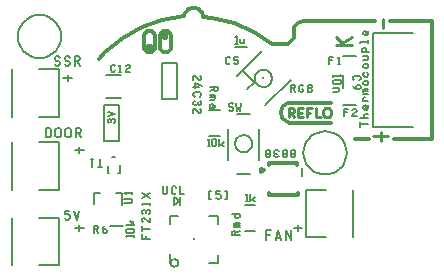
<source format=gto>
G70*
%OFA0B0*%
%FSLAX24Y24*%
%IPPOS*%
%LPD*%
%ADD56C,0.0060*%
%ADD57C,0.0063*%
%ADD58C,0.0075*%
%ADD59C,0.0079*%
%ADD60C,0.0087*%
%ADD63C,0.0100*%
%ADD64C,0.0102*%
%ADD66C,0.0118*%
%ADD69C,0.0157*%
D56*
X014311Y015366D02*
X014311Y015622D01*
X014350Y015622D02*
X014272Y015622D01*
X014665Y015366D02*
X014508Y015366D01*
X014587Y015366D02*
X014587Y015622D01*
X014311Y015366D02*
X014350Y015406D01*
D57*
X019386Y019646D02*
X019386Y019488D01*
X019248Y019646D02*
X019248Y019528D01*
X019248Y019528D02*
X019287Y019488D01*
X019346Y019488D02*
X019386Y019528D01*
X019287Y019488D02*
X019346Y019488D01*
X015342Y013408D02*
X015343Y013409D01*
X014905Y013408D02*
X015342Y013408D01*
X015571Y018707D02*
X015447Y018583D01*
X015447Y018583D02*
X015447Y018547D01*
X015482Y018778D02*
X015535Y018778D01*
X015571Y018547D02*
X015447Y018547D01*
X023110Y019055D02*
X022669Y019055D01*
X021051Y018106D02*
X021091Y018067D01*
X021091Y018067D02*
X021091Y018028D01*
X015709Y013028D02*
X015709Y013106D01*
X015453Y013067D02*
X015492Y013028D01*
X015252Y018778D02*
X015252Y018547D01*
X014986Y018547D02*
X015039Y018547D01*
X015217Y018547D02*
X015287Y018547D01*
X015252Y018778D02*
X015217Y018742D01*
X014951Y018583D02*
X014986Y018547D01*
X014986Y018778D02*
X014951Y018742D01*
X015039Y018778D02*
X014986Y018778D01*
X014951Y018742D02*
X014951Y018583D01*
X015571Y018707D02*
X015571Y018742D01*
X015482Y018778D02*
X015447Y018742D01*
X015535Y018778D02*
X015571Y018742D01*
X021642Y017949D02*
X021642Y017890D01*
X021602Y018106D02*
X021642Y018067D01*
X021602Y017988D02*
X021642Y017949D01*
X021366Y017969D02*
X021307Y017969D01*
X021642Y017890D02*
X021602Y017850D01*
X021642Y018067D02*
X021642Y018028D01*
X021504Y017850D02*
X021504Y018106D01*
X021602Y017988D02*
X021504Y017988D01*
X021602Y017850D02*
X021504Y017850D01*
X021642Y018028D02*
X021602Y017988D01*
X021504Y018106D02*
X021602Y018106D01*
X021091Y018028D02*
X021051Y017988D01*
X021228Y018067D02*
X021228Y017890D01*
X021228Y017890D02*
X021268Y017850D01*
X021366Y017890D02*
X021327Y017850D01*
X021327Y018106D02*
X021268Y018106D01*
X021327Y018106D02*
X021366Y018067D01*
X021012Y017988D02*
X021091Y017850D01*
X020953Y017850D02*
X020953Y018106D01*
X020953Y018106D02*
X021051Y018106D01*
X021051Y017988D02*
X020953Y017988D01*
X021268Y017850D02*
X021327Y017850D01*
X021366Y017890D02*
X021366Y017969D01*
X015453Y013067D02*
X015709Y013067D01*
X015039Y018778D02*
X015075Y018742D01*
X022685Y018425D02*
X022685Y017984D01*
X021268Y018106D02*
X021228Y018067D01*
X013752Y015933D02*
X014035Y015933D01*
X015075Y018583D02*
X015039Y018547D01*
X013894Y015839D02*
X013894Y016028D01*
X013752Y013339D02*
X014035Y013339D01*
X013894Y013244D02*
X013894Y013433D01*
X019092Y016091D02*
X019104Y016042D01*
X019088Y016141D02*
X019092Y016091D01*
X019092Y016191D02*
X019088Y016141D01*
X019154Y015956D02*
X019189Y015920D01*
X019125Y015997D02*
X019154Y015956D01*
X019104Y016042D02*
X019125Y015997D01*
X019106Y016239D02*
X019092Y016191D01*
X019233Y016389D02*
X019192Y016360D01*
X019279Y016410D02*
X019233Y016389D01*
X019327Y016422D02*
X019279Y016410D01*
X019127Y016284D02*
X019106Y016239D01*
X019156Y016325D02*
X019127Y016284D01*
X019192Y016360D02*
X019156Y016325D01*
X019189Y015920D02*
X019230Y015891D01*
X019323Y015856D02*
X019373Y015851D01*
X019275Y015869D02*
X019323Y015856D01*
X019230Y015891D02*
X019275Y015869D01*
X019377Y016426D02*
X019327Y016422D01*
X014768Y013287D02*
X014807Y013248D01*
X020312Y018317D02*
X020308Y018367D01*
X020308Y018267D02*
X020312Y018317D01*
X014709Y013150D02*
X014669Y013189D01*
X014768Y013150D02*
X014709Y013150D01*
X014807Y013248D02*
X014807Y013189D01*
X020294Y018219D02*
X020308Y018267D01*
X020167Y018069D02*
X020208Y018098D01*
X020121Y018049D02*
X020167Y018069D01*
X020073Y018036D02*
X020121Y018049D01*
X020273Y018174D02*
X020294Y018219D01*
X020244Y018133D02*
X020273Y018174D01*
X020208Y018098D02*
X020244Y018133D01*
X020308Y018367D02*
X020296Y018416D01*
X020125Y018589D02*
X020077Y018602D01*
X020170Y018567D02*
X020125Y018589D01*
X020211Y018538D02*
X020170Y018567D01*
X014689Y013346D02*
X014669Y013256D01*
X020027Y018607D02*
X019977Y018603D01*
X020077Y018602D02*
X020027Y018607D01*
X020246Y018502D02*
X020211Y018538D01*
X014669Y013256D02*
X014669Y013189D01*
X014709Y013287D02*
X014669Y013248D01*
X014768Y013287D02*
X014709Y013287D01*
X020275Y018461D02*
X020246Y018502D01*
X020296Y018416D02*
X020275Y018461D01*
X014689Y013346D02*
X014728Y013406D01*
X020023Y018032D02*
X020073Y018036D01*
X014492Y013406D02*
X014531Y013366D01*
X014531Y013366D02*
X014531Y013327D01*
X014807Y013189D02*
X014768Y013150D01*
X014453Y013287D02*
X014531Y013150D01*
X014394Y013406D02*
X014492Y013406D01*
X014531Y013327D02*
X014492Y013287D01*
X014492Y013287D02*
X014394Y013287D01*
X014394Y013150D02*
X014394Y013406D01*
X018602Y014339D02*
X018563Y014299D01*
X018209Y014299D02*
X018268Y014299D01*
X019658Y016187D02*
X019646Y016235D01*
X018602Y014417D02*
X018602Y014339D01*
X018563Y014457D02*
X018602Y014417D01*
X019646Y016235D02*
X019625Y016281D01*
X019662Y016137D02*
X019658Y016187D01*
X019644Y016039D02*
X019658Y016087D01*
X019623Y015993D02*
X019644Y016039D01*
X019594Y015953D02*
X019623Y015993D01*
X019658Y016087D02*
X019662Y016137D01*
X018209Y014555D02*
X018209Y014299D01*
X018268Y014555D02*
X018209Y014555D01*
X018563Y014457D02*
X018465Y014457D01*
X019561Y016358D02*
X019520Y016387D01*
X019596Y016322D02*
X019561Y016358D01*
X018819Y014299D02*
X018760Y014299D01*
X019427Y016421D02*
X019377Y016426D01*
X019475Y016408D02*
X019427Y016421D01*
X019520Y016387D02*
X019475Y016408D01*
X018819Y014555D02*
X018819Y014299D01*
X018465Y014555D02*
X018583Y014555D01*
X019625Y016281D02*
X019596Y016322D01*
X018465Y014555D02*
X018465Y014457D01*
X018760Y014555D02*
X018819Y014555D01*
X018504Y014299D02*
X018465Y014339D01*
X018563Y014299D02*
X018504Y014299D01*
X019558Y015917D02*
X019594Y015953D01*
X019742Y018271D02*
X019754Y018223D01*
X019738Y018321D02*
X019742Y018271D01*
X019742Y018371D02*
X019738Y018321D01*
X019804Y018136D02*
X019839Y018100D01*
X019775Y018177D02*
X019804Y018136D01*
X019754Y018223D02*
X019775Y018177D01*
X019756Y018419D02*
X019742Y018371D01*
X019883Y018569D02*
X019842Y018541D01*
X019929Y018590D02*
X019883Y018569D01*
X019977Y018603D02*
X019929Y018590D01*
X019777Y018465D02*
X019756Y018419D01*
X019806Y018506D02*
X019777Y018465D01*
X019842Y018541D02*
X019806Y018506D01*
X019839Y018100D02*
X019880Y018071D01*
X019373Y015851D02*
X019423Y015855D01*
X019517Y015889D02*
X019558Y015917D01*
X019471Y015868D02*
X019517Y015889D01*
X019423Y015855D02*
X019471Y015868D01*
X019973Y018037D02*
X020023Y018032D01*
X019925Y018050D02*
X019973Y018037D01*
X019880Y018071D02*
X019925Y018050D01*
X013358Y018323D02*
X013642Y018323D01*
X021310Y015054D02*
X021310Y015322D01*
X013500Y018228D02*
X013500Y018417D01*
X020398Y015846D02*
X020398Y015906D01*
X020398Y015906D02*
X020437Y015945D01*
X020496Y015689D02*
X020535Y015728D01*
X020398Y015768D02*
X020437Y015807D01*
X020437Y015807D02*
X020496Y015807D01*
X020437Y015807D02*
X020398Y015846D01*
X020496Y015689D02*
X020437Y015689D01*
X020161Y015807D02*
X020122Y015846D01*
X020122Y015846D02*
X020122Y015906D01*
X020161Y015689D02*
X020122Y015728D01*
X020437Y015945D02*
X020496Y015945D01*
X020496Y015945D02*
X020535Y015906D01*
X020122Y015906D02*
X020161Y015945D01*
X020398Y015768D02*
X020398Y015728D01*
X020713Y015945D02*
X020772Y015945D01*
X020772Y015945D02*
X020811Y015906D01*
X020713Y015807D02*
X020772Y015807D01*
X020713Y015689D02*
X020673Y015728D01*
X020673Y015728D02*
X020673Y015768D01*
X020673Y015768D02*
X020713Y015807D01*
X020772Y015807D02*
X020811Y015846D01*
X020811Y015728D02*
X020772Y015689D01*
X020772Y015689D02*
X020713Y015689D01*
X020437Y015689D02*
X020398Y015728D01*
X020811Y015846D02*
X020811Y015906D01*
X020772Y015807D02*
X020811Y015768D01*
X020811Y015768D02*
X020811Y015728D01*
X020122Y015728D02*
X020122Y015768D01*
X020161Y015807D02*
X020220Y015807D01*
X020220Y015807D02*
X020260Y015846D01*
X020260Y015846D02*
X020260Y015906D01*
X020122Y015768D02*
X020161Y015807D01*
X020161Y015945D02*
X020220Y015945D01*
X020220Y015945D02*
X020260Y015906D01*
X020220Y015807D02*
X020260Y015768D01*
X020260Y015768D02*
X020260Y015728D01*
X020260Y015728D02*
X020220Y015689D01*
X020220Y015689D02*
X020161Y015689D01*
X020988Y015807D02*
X021047Y015807D01*
X021047Y015807D02*
X021087Y015846D01*
X021087Y015846D02*
X021087Y015906D01*
X020949Y015768D02*
X020988Y015807D01*
X020988Y015945D02*
X021047Y015945D01*
X021047Y015945D02*
X021087Y015906D01*
X021047Y015807D02*
X021087Y015768D01*
X020673Y015906D02*
X020713Y015945D01*
X020713Y015807D02*
X020673Y015846D01*
X020673Y015846D02*
X020673Y015906D01*
X021087Y015768D02*
X021087Y015728D01*
X021087Y015728D02*
X021047Y015689D01*
X021047Y015689D02*
X020988Y015689D01*
X020949Y015728D02*
X020949Y015768D01*
X020988Y015807D02*
X020949Y015846D01*
X020949Y015846D02*
X020949Y015906D01*
X020988Y015689D02*
X020949Y015728D01*
X020949Y015906D02*
X020988Y015945D01*
X018823Y019043D02*
X018783Y019004D01*
X018783Y019004D02*
X018783Y018827D01*
X018882Y019043D02*
X018823Y019043D01*
X019157Y018787D02*
X019098Y018787D01*
X019059Y019043D02*
X019177Y019043D01*
X019059Y019043D02*
X019059Y018945D01*
X019098Y018787D02*
X019059Y018827D01*
X018969Y017371D02*
X019009Y017332D01*
X018969Y017371D02*
X018910Y017371D01*
X018969Y017489D02*
X019009Y017450D01*
X018823Y018787D02*
X018882Y018787D01*
X018783Y018827D02*
X018823Y018787D01*
X019197Y018827D02*
X019157Y018787D01*
X019157Y018945D02*
X019059Y018945D01*
X019197Y018906D02*
X019197Y018827D01*
X019157Y018945D02*
X019197Y018906D01*
X021035Y013327D02*
X021319Y013327D01*
X021177Y013232D02*
X021177Y013421D01*
X018921Y018827D02*
X018882Y018787D01*
X018882Y019043D02*
X018921Y019004D01*
X023343Y017811D02*
X023520Y017811D01*
X023382Y017811D02*
X023343Y017850D01*
X023343Y017850D02*
X023343Y017929D01*
X023362Y017555D02*
X023520Y017555D01*
X023402Y017693D02*
X023362Y017654D01*
X023362Y017654D02*
X023362Y017594D01*
X023362Y017594D02*
X023402Y017555D01*
X023480Y018106D02*
X023520Y018146D01*
X023520Y018146D02*
X023520Y018205D01*
X023520Y018205D02*
X023480Y018244D01*
X023382Y017890D02*
X023520Y017890D01*
X023343Y017929D02*
X023382Y017969D01*
X023382Y017969D02*
X023520Y017969D01*
X023343Y017850D02*
X023382Y017890D01*
X023520Y017319D02*
X023520Y017417D01*
X023382Y017043D02*
X023382Y017102D01*
X023382Y017102D02*
X023421Y017142D01*
X023421Y017142D02*
X023520Y017142D01*
X023421Y017004D02*
X023382Y017043D01*
X023264Y016787D02*
X023520Y016787D01*
X023264Y016709D02*
X023264Y016866D01*
X023264Y017004D02*
X023520Y017004D01*
X023402Y017280D02*
X023480Y017280D01*
X023441Y017280D02*
X023441Y017417D01*
X023402Y017417D02*
X023441Y017417D01*
X023362Y017319D02*
X023402Y017280D01*
X023480Y017280D02*
X023520Y017319D01*
X023402Y017417D02*
X023362Y017378D01*
X023362Y017378D02*
X023362Y017319D01*
X023402Y018795D02*
X023480Y018795D01*
X023362Y018933D02*
X023480Y018933D01*
X023480Y018933D02*
X023520Y018972D01*
X023402Y018657D02*
X023480Y018657D01*
X023402Y018795D02*
X023362Y018756D01*
X023362Y018756D02*
X023362Y018697D01*
X023362Y018697D02*
X023402Y018657D01*
X023323Y019248D02*
X023323Y019307D01*
X023323Y019307D02*
X023362Y019346D01*
X023402Y019209D02*
X023441Y019248D01*
X023362Y019209D02*
X023323Y019248D01*
X023520Y018972D02*
X023520Y019031D01*
X023520Y019031D02*
X023480Y019071D01*
X023362Y019071D02*
X023520Y019071D01*
X023520Y018756D02*
X023480Y018795D01*
X023402Y018244D02*
X023480Y018244D01*
X023480Y018382D02*
X023520Y018421D01*
X023520Y018421D02*
X023520Y018480D01*
X023402Y018106D02*
X023480Y018106D01*
X023402Y018244D02*
X023362Y018205D01*
X023362Y018205D02*
X023362Y018146D01*
X023362Y018146D02*
X023402Y018106D01*
X023402Y018382D02*
X023480Y018382D01*
X023480Y018657D02*
X023520Y018697D01*
X023520Y018697D02*
X023520Y018756D01*
X023362Y018421D02*
X023402Y018382D01*
X023520Y018480D02*
X023480Y018520D01*
X023402Y018520D02*
X023362Y018480D01*
X023362Y018480D02*
X023362Y018421D01*
X018362Y016311D02*
X018421Y016311D01*
X018500Y018024D02*
X018500Y017925D01*
X018421Y017886D02*
X018382Y017925D01*
X018461Y017886D02*
X018421Y017886D01*
X018244Y018024D02*
X018500Y018024D01*
X018421Y017768D02*
X018244Y017768D01*
X018382Y017965D02*
X018244Y017886D01*
X018382Y017925D02*
X018382Y018024D01*
X018622Y016114D02*
X018701Y016055D01*
X018213Y016311D02*
X018213Y016055D01*
X018500Y017925D02*
X018461Y017886D01*
X018213Y016311D02*
X018173Y016272D01*
X018173Y016055D02*
X018252Y016055D01*
X018382Y017768D02*
X018421Y017728D01*
X018362Y017374D02*
X018323Y017335D01*
X018382Y017335D02*
X018421Y017374D01*
X018244Y017335D02*
X018382Y017335D01*
X018283Y017472D02*
X018323Y017472D01*
X018323Y017472D02*
X018362Y017433D01*
X018362Y017433D02*
X018362Y017374D01*
X018421Y017374D02*
X018421Y017433D01*
X018382Y017610D02*
X018244Y017610D01*
X018421Y017650D02*
X018382Y017610D01*
X018421Y017728D02*
X018421Y017650D01*
X018421Y017728D02*
X018382Y017689D01*
X018244Y017433D02*
X018244Y017335D01*
X018244Y017433D02*
X018283Y017472D01*
X018382Y017689D02*
X018244Y017689D01*
X023035Y017307D02*
X022996Y017268D01*
X023035Y017307D02*
X023094Y017307D01*
X023134Y017051D02*
X022996Y017051D01*
X023134Y017228D02*
X023134Y017268D01*
X022720Y017307D02*
X022858Y017307D01*
X022819Y017189D02*
X022720Y017189D01*
X023094Y017307D02*
X023134Y017268D01*
X018421Y016055D02*
X018362Y016055D01*
X018323Y016094D02*
X018362Y016055D01*
X018323Y016272D02*
X018323Y016094D01*
X018563Y016311D02*
X018563Y016055D01*
X023134Y017228D02*
X022996Y017091D01*
X022996Y017091D02*
X022996Y017051D01*
X018701Y016193D02*
X018563Y016055D01*
X022720Y017051D02*
X022720Y017307D01*
X015492Y013303D02*
X015669Y013303D01*
X015669Y013303D02*
X015709Y013264D01*
X015453Y013205D02*
X015492Y013165D01*
X015453Y013264D02*
X015492Y013303D01*
X019598Y014476D02*
X019598Y014220D01*
X019736Y014358D02*
X019598Y014220D01*
X019657Y014280D02*
X019736Y014220D01*
X015453Y013429D02*
X015709Y013429D01*
X015571Y013567D02*
X015709Y013429D01*
X015650Y013488D02*
X015709Y013567D01*
X015709Y013264D02*
X015709Y013205D01*
X015453Y013205D02*
X015453Y013264D01*
X015492Y013165D02*
X015669Y013165D01*
X015669Y013165D02*
X015709Y013205D01*
X023362Y019346D02*
X023402Y019346D01*
X018910Y017489D02*
X018969Y017489D01*
X018910Y017489D02*
X018871Y017450D01*
X018969Y017233D02*
X018910Y017233D01*
X018871Y017410D02*
X018910Y017371D01*
X018871Y017410D02*
X018871Y017450D01*
X018910Y017233D02*
X018871Y017273D01*
X019147Y017233D02*
X019206Y017371D01*
X019127Y017489D02*
X019147Y017233D01*
X019134Y019736D02*
X019134Y019480D01*
X019265Y017233D02*
X019284Y017489D01*
X019895Y016635D02*
X019895Y015603D01*
X018836Y016631D02*
X018836Y015599D01*
X019206Y017371D02*
X019265Y017233D01*
X019094Y019480D02*
X019173Y019480D01*
X019134Y019736D02*
X019094Y019697D01*
X019009Y017273D02*
X018969Y017233D01*
X019009Y017332D02*
X019009Y017273D01*
X022551Y019043D02*
X022512Y019004D01*
X023053Y018390D02*
X023013Y018351D01*
X023013Y018351D02*
X023013Y018292D01*
X023171Y017977D02*
X023131Y018016D01*
X023230Y018390D02*
X023053Y018390D01*
X023269Y018292D02*
X023230Y018252D01*
X023269Y018292D02*
X023269Y018351D01*
X023269Y018351D02*
X023230Y018390D01*
X023269Y018016D02*
X023269Y018075D01*
X023269Y018075D02*
X023230Y018114D01*
X023230Y018114D02*
X023171Y018114D01*
X023131Y018075D02*
X023171Y018114D01*
X023269Y018016D02*
X023230Y017977D01*
X023230Y017977D02*
X023112Y017977D01*
X023131Y018016D02*
X023131Y018075D01*
X023053Y018252D02*
X023013Y018292D01*
X023264Y019543D02*
X023520Y019543D01*
X023520Y019504D02*
X023520Y019583D01*
X023480Y019760D02*
X023520Y019799D01*
X023264Y019504D02*
X023264Y019543D01*
X023441Y019248D02*
X023441Y019307D01*
X023402Y019346D02*
X023441Y019307D01*
X023323Y019209D02*
X023539Y019209D01*
X023441Y019760D02*
X023441Y019898D01*
X023402Y019898D02*
X023441Y019898D01*
X023520Y019799D02*
X023520Y019898D01*
X023402Y019760D02*
X023480Y019760D01*
X023402Y019898D02*
X023362Y019858D01*
X023362Y019858D02*
X023362Y019799D01*
X023362Y019799D02*
X023402Y019760D01*
X022535Y017909D02*
X022496Y017870D01*
X022496Y017870D02*
X022358Y017870D01*
X022535Y018008D02*
X022358Y018008D01*
X022350Y018169D02*
X022350Y018228D01*
X022606Y018228D02*
X022606Y018169D01*
X022567Y018268D02*
X022390Y018268D01*
X022390Y018268D02*
X022350Y018228D01*
X022315Y018925D02*
X022217Y018925D01*
X022551Y019043D02*
X022551Y018787D01*
X022512Y018787D02*
X022591Y018787D01*
X022217Y019043D02*
X022354Y019043D01*
X022496Y018008D02*
X022535Y017969D01*
X022535Y017969D02*
X022535Y017909D01*
X022217Y018787D02*
X022217Y019043D01*
X022606Y018228D02*
X022567Y018268D01*
X018461Y016272D02*
X018461Y016094D01*
X018421Y016311D02*
X018461Y016272D01*
X019584Y017127D02*
X019147Y017127D01*
X018461Y016094D02*
X018421Y016055D01*
X023013Y018075D02*
X023053Y017996D01*
X023053Y017996D02*
X023112Y017977D01*
X018362Y016311D02*
X018323Y016272D01*
X022606Y018169D02*
X022567Y018130D01*
X022567Y018130D02*
X022390Y018130D01*
X022390Y018130D02*
X022350Y018169D01*
X022606Y018398D02*
X022567Y018437D01*
X019592Y015119D02*
X019155Y015119D01*
X022606Y018398D02*
X022350Y018398D01*
X022350Y018437D02*
X022350Y018358D01*
X019118Y013650D02*
X019079Y013689D01*
X019197Y013650D02*
X019118Y013650D01*
X019079Y013748D02*
X019118Y013787D01*
X019079Y013689D02*
X019079Y013748D01*
X023118Y017429D02*
X022689Y017429D01*
X019236Y013689D02*
X019197Y013650D01*
X019236Y013098D02*
X018980Y013098D01*
X018980Y013098D02*
X018980Y013197D01*
X019098Y013157D02*
X019236Y013236D01*
X019098Y013197D02*
X019098Y013098D01*
X016986Y012271D02*
X016970Y012256D01*
X016970Y012256D02*
X016957Y012238D01*
X017024Y012291D02*
X017004Y012283D01*
X017004Y012283D02*
X016986Y012271D01*
X019059Y013354D02*
X019236Y013354D01*
X019098Y013433D02*
X019236Y013433D01*
X019059Y013394D02*
X019098Y013433D01*
X019236Y013787D02*
X019236Y013689D01*
X018980Y013787D02*
X019236Y013787D01*
X019059Y013394D02*
X019059Y013472D01*
X019098Y013354D02*
X019059Y013394D01*
X019098Y013512D02*
X019236Y013512D01*
X019059Y013472D02*
X019098Y013512D01*
X016240Y013906D02*
X016240Y013846D01*
X016240Y013846D02*
X016201Y013807D01*
X015984Y013846D02*
X016024Y013807D01*
X015984Y013846D02*
X015984Y013906D01*
X015984Y014142D02*
X016024Y014102D01*
X015984Y014339D02*
X016240Y014496D01*
X015984Y014142D02*
X016240Y014142D01*
X016240Y014102D02*
X016240Y014181D01*
X016201Y013945D02*
X016240Y013906D01*
X015984Y013906D02*
X016024Y013945D01*
X016063Y013945D02*
X016024Y013945D01*
X016063Y013669D02*
X016201Y013531D01*
X016201Y013531D02*
X016240Y013531D01*
X016102Y013906D02*
X016142Y013945D01*
X016142Y013945D02*
X016201Y013945D01*
X016063Y013945D02*
X016102Y013906D01*
X016102Y013906D02*
X016102Y013846D01*
X015984Y014496D02*
X016240Y014339D01*
X016925Y013466D02*
X016925Y013748D01*
X018500Y013748D02*
X018225Y013748D01*
X017185Y013748D02*
X016925Y013748D01*
X018500Y012173D02*
X018220Y012173D01*
X016925Y012173D02*
X016925Y012452D01*
X018500Y013461D02*
X018500Y013748D01*
X018500Y012173D02*
X018500Y012447D01*
X018980Y013197D02*
X019020Y013236D01*
X019480Y014476D02*
X019480Y014220D01*
X019059Y013236D02*
X019098Y013197D01*
X019020Y013236D02*
X019059Y013236D01*
X019441Y014220D02*
X019520Y014220D01*
X019480Y014476D02*
X019441Y014437D01*
X017244Y014461D02*
X017382Y014461D01*
X017067Y014717D02*
X017008Y014717D01*
X017008Y014717D02*
X016969Y014677D01*
X017106Y014500D02*
X017067Y014461D01*
X017067Y014717D02*
X017106Y014677D01*
X017008Y014461D02*
X017067Y014461D01*
X017244Y014717D02*
X017244Y014461D01*
X016969Y014677D02*
X016969Y014500D01*
X016969Y014500D02*
X017008Y014461D01*
X015311Y014500D02*
X015311Y014114D01*
X014390Y014488D02*
X014390Y014126D01*
X014579Y014488D02*
X014390Y014488D01*
X015394Y014496D02*
X015433Y014457D01*
X015102Y014500D02*
X015311Y014500D01*
X015650Y014457D02*
X015650Y014535D01*
X015610Y014299D02*
X015650Y014260D01*
X015610Y014161D02*
X015650Y014201D01*
X015610Y014299D02*
X015394Y014299D01*
X015394Y014496D02*
X015650Y014496D01*
X015650Y014201D02*
X015650Y014260D01*
X015394Y014161D02*
X015610Y014161D01*
X016831Y014500D02*
X016831Y014717D01*
X017038Y012051D02*
X017060Y012049D01*
X017060Y012049D02*
X017081Y012050D01*
X016998Y012067D02*
X017017Y012057D01*
X017017Y012057D02*
X017038Y012051D01*
X017122Y012064D02*
X017140Y012076D01*
X017140Y012076D02*
X017156Y012091D01*
X017081Y012050D02*
X017102Y012055D01*
X017102Y012055D02*
X017122Y012064D01*
X016980Y012080D02*
X016998Y012067D01*
X016941Y012198D02*
X016939Y012177D01*
X016939Y012177D02*
X016940Y012155D01*
X016957Y012238D02*
X016947Y012219D01*
X016947Y012219D02*
X016941Y012198D01*
X016954Y012114D02*
X016965Y012096D01*
X016965Y012096D02*
X016980Y012080D01*
X016940Y012155D02*
X016945Y012134D01*
X016945Y012134D02*
X016954Y012114D01*
X017156Y012091D02*
X017169Y012108D01*
X017088Y012295D02*
X017066Y012298D01*
X017066Y012298D02*
X017052Y012297D01*
X017128Y012279D02*
X017109Y012289D01*
X017109Y012289D02*
X017088Y012295D01*
X016732Y014461D02*
X016791Y014461D01*
X016693Y014717D02*
X016693Y014500D01*
X016831Y014500D02*
X016791Y014461D01*
X016693Y014500D02*
X016732Y014461D01*
X017146Y012266D02*
X017128Y012279D01*
X017185Y012148D02*
X017187Y012170D01*
X017187Y012170D02*
X017186Y012191D01*
X017169Y012108D02*
X017179Y012127D01*
X017179Y012127D02*
X017185Y012148D01*
X017172Y012232D02*
X017161Y012251D01*
X017161Y012251D02*
X017146Y012266D01*
X017186Y012191D02*
X017181Y012213D01*
X017181Y012213D02*
X017172Y012232D01*
X016240Y013669D02*
X016240Y013531D01*
X014845Y016879D02*
X014881Y016844D01*
X017894Y018028D02*
X017697Y018028D01*
X017756Y018165D02*
X017756Y017988D01*
X017874Y018264D02*
X017736Y018402D01*
X017736Y018402D02*
X017697Y018402D01*
X014845Y016932D02*
X014881Y016968D01*
X017697Y018264D02*
X017697Y018402D01*
X017953Y018303D02*
X017913Y018264D01*
X017953Y018362D02*
X017953Y018303D01*
X017874Y018264D02*
X017913Y018264D01*
X017953Y018362D02*
X017913Y018402D01*
X014845Y016879D02*
X014845Y016932D01*
X015076Y016879D02*
X015040Y016844D01*
X015076Y017145D02*
X014845Y017216D01*
X015076Y016932D02*
X015076Y016879D01*
X014845Y017074D02*
X015076Y017145D01*
X014952Y016932D02*
X014952Y016879D01*
X014952Y016932D02*
X014987Y016968D01*
X014916Y016968D02*
X014952Y016932D01*
X017953Y017260D02*
X017953Y017201D01*
X017697Y017161D02*
X017697Y017299D01*
X017874Y017161D02*
X017913Y017161D01*
X017953Y017260D02*
X017913Y017299D01*
X017874Y017161D02*
X017736Y017299D01*
X014916Y016968D02*
X014881Y016968D01*
X017736Y017299D02*
X017697Y017299D01*
X015040Y016968D02*
X015076Y016932D01*
X015984Y013315D02*
X016240Y013315D01*
X016102Y013079D02*
X016102Y012980D01*
X014987Y016968D02*
X015040Y016968D01*
X015984Y013236D02*
X015984Y013394D01*
X015984Y013571D02*
X016024Y013531D01*
X015984Y013571D02*
X015984Y013630D01*
X015984Y013630D02*
X016024Y013669D01*
X016063Y013669D02*
X016024Y013669D01*
X015984Y012980D02*
X015984Y013118D01*
X016240Y012980D02*
X015984Y012980D01*
X017874Y017437D02*
X017913Y017437D01*
X017874Y017437D02*
X017835Y017476D01*
X017697Y017811D02*
X017697Y017752D01*
X017953Y017476D02*
X017913Y017437D01*
X017795Y017437D02*
X017736Y017437D01*
X017835Y017476D02*
X017835Y017535D01*
X017835Y017476D02*
X017795Y017437D01*
X017736Y017713D02*
X017697Y017752D01*
X017953Y017752D02*
X017913Y017713D01*
X017972Y018067D02*
X017756Y018165D01*
X017913Y017850D02*
X017736Y017850D01*
X017736Y017850D02*
X017697Y017811D01*
X017953Y017752D02*
X017953Y017811D01*
X017953Y017811D02*
X017913Y017850D01*
X017953Y017535D02*
X017913Y017575D01*
X017736Y017437D02*
X017697Y017476D01*
X017953Y017535D02*
X017953Y017476D01*
X017953Y017201D02*
X017913Y017161D01*
X017697Y017535D02*
X017736Y017575D01*
X017697Y017476D02*
X017697Y017535D01*
D58*
X013906Y018961D02*
X013858Y018913D01*
X013783Y016657D02*
X013902Y016657D01*
X013902Y016657D02*
X013949Y016610D01*
X013618Y016610D02*
X013618Y016398D01*
X013854Y016516D02*
X013949Y016350D01*
X013783Y016350D02*
X013783Y016657D01*
X013902Y016516D02*
X013783Y016516D01*
X013949Y016610D02*
X013949Y016563D01*
X013240Y016350D02*
X013146Y016350D01*
X013949Y016563D02*
X013902Y016516D01*
X013618Y016398D02*
X013571Y016350D01*
X013571Y016657D02*
X013618Y016610D01*
X013476Y016657D02*
X013571Y016657D01*
X013476Y016657D02*
X013429Y016610D01*
X013571Y016350D02*
X013476Y016350D01*
X013098Y016398D02*
X013146Y016350D01*
X013098Y016610D02*
X013098Y016398D01*
X013429Y016610D02*
X013429Y016398D01*
X013429Y016398D02*
X013476Y016350D01*
X013287Y016398D02*
X013240Y016350D01*
X013287Y016610D02*
X013287Y016398D01*
X013126Y018748D02*
X013079Y018795D01*
X020244Y013110D02*
X020126Y013110D01*
X020433Y012945D02*
X020528Y013252D01*
X013079Y018961D02*
X013079Y019008D01*
X013811Y018913D02*
X013906Y018748D01*
X020126Y013252D02*
X020291Y013252D01*
X013079Y018961D02*
X013126Y018913D01*
X020528Y013252D02*
X020622Y012945D01*
X013126Y019055D02*
X013079Y019008D01*
X013244Y018795D02*
X013197Y018748D01*
X013244Y018866D02*
X013244Y018795D01*
X013126Y019055D02*
X013197Y019055D01*
X012957Y016398D02*
X012909Y016350D01*
X012909Y016657D02*
X012957Y016610D01*
X013197Y018748D02*
X013126Y018748D01*
X013528Y019055D02*
X013575Y019008D01*
X013409Y018961D02*
X013409Y019008D01*
X013409Y018961D02*
X013457Y018913D01*
X013858Y019055D02*
X013906Y019008D01*
X013457Y018748D02*
X013409Y018795D01*
X013457Y019055D02*
X013409Y019008D01*
X013457Y019055D02*
X013528Y019055D01*
X013528Y018748D02*
X013457Y018748D01*
X013575Y018795D02*
X013528Y018748D01*
X020126Y012945D02*
X020126Y013252D01*
X013740Y019055D02*
X013858Y019055D01*
X013740Y018748D02*
X013740Y019055D01*
X013906Y019008D02*
X013906Y018961D01*
X013575Y018866D02*
X013575Y018795D01*
X013528Y018913D02*
X013575Y018866D01*
X013528Y018913D02*
X013457Y018913D01*
X013803Y013606D02*
X013898Y013913D01*
X012957Y016610D02*
X012957Y016398D01*
X013146Y016657D02*
X013098Y016610D01*
X013520Y013606D02*
X013449Y013606D01*
X013449Y013606D02*
X013402Y013654D01*
X013709Y013913D02*
X013803Y013606D01*
X013146Y016657D02*
X013240Y016657D01*
X020787Y013252D02*
X020953Y012945D01*
X020953Y012945D02*
X020953Y013252D01*
X013858Y018913D02*
X013740Y018913D01*
X013240Y016657D02*
X013287Y016610D01*
X020457Y013016D02*
X020598Y013016D01*
X020787Y012945D02*
X020787Y013252D01*
X013402Y013913D02*
X013543Y013913D01*
X013197Y018913D02*
X013244Y018866D01*
X013567Y013748D02*
X013567Y013654D01*
X013520Y013795D02*
X013402Y013795D01*
X013520Y013795D02*
X013567Y013748D01*
X013197Y018913D02*
X013126Y018913D01*
X013197Y019055D02*
X013244Y019008D01*
X013567Y013654D02*
X013520Y013606D01*
X012791Y016350D02*
X012791Y016657D01*
X012909Y016350D02*
X012791Y016350D01*
X013402Y013913D02*
X013402Y013795D01*
X012791Y016657D02*
X012909Y016657D01*
D59*
X013222Y013661D02*
X012561Y013661D01*
X013277Y019587D02*
X013288Y019713D01*
X013222Y012085D02*
X012556Y012085D01*
X011646Y012085D02*
X011646Y013661D01*
X013222Y012085D02*
X013222Y013661D01*
X021455Y013028D02*
X022116Y013028D01*
X021455Y014604D02*
X021455Y013028D01*
X023031Y014604D02*
X023031Y013028D01*
X021455Y014604D02*
X022121Y014604D01*
X013277Y019838D02*
X013245Y019959D01*
X013288Y019713D02*
X013277Y019838D01*
X013245Y019959D02*
X013192Y020073D01*
X012320Y019035D02*
X012442Y019002D01*
X012206Y019088D02*
X012320Y019035D01*
X012567Y018991D02*
X012692Y019002D01*
X012442Y019002D02*
X012567Y018991D01*
X011942Y019352D02*
X012014Y019249D01*
X011889Y019466D02*
X011942Y019352D01*
X012103Y019160D02*
X012206Y019088D01*
X012014Y019249D02*
X012103Y019160D01*
X013192Y019352D02*
X013245Y019466D01*
X013119Y019249D02*
X013192Y019352D01*
X013245Y019466D02*
X013277Y019587D01*
X012814Y019035D02*
X012928Y019088D01*
X012692Y019002D02*
X012814Y019035D01*
X013031Y019160D02*
X013119Y019249D01*
X012928Y019088D02*
X013031Y019160D01*
X011857Y019587D02*
X011889Y019466D01*
X012692Y020423D02*
X012567Y020434D01*
X012814Y020390D02*
X012692Y020423D01*
X012442Y020423D02*
X012320Y020390D01*
X012567Y020434D02*
X012442Y020423D01*
X013119Y020176D02*
X013031Y020265D01*
X013192Y020073D02*
X013119Y020176D01*
X012928Y020337D02*
X012814Y020390D01*
X013031Y020265D02*
X012928Y020337D01*
X011889Y019959D02*
X011857Y019838D01*
X011942Y020073D02*
X011889Y019959D01*
X011846Y019713D02*
X011857Y019587D01*
X011857Y019838D02*
X011846Y019713D01*
X012206Y020337D02*
X012103Y020265D01*
X012320Y020390D02*
X012206Y020337D01*
X012014Y020176D02*
X011942Y020073D01*
X012103Y020265D02*
X012014Y020176D01*
X022333Y016516D02*
X022212Y016549D01*
X022639Y016302D02*
X022550Y016391D01*
X022711Y016199D02*
X022639Y016302D01*
X022447Y016463D02*
X022333Y016516D01*
X022550Y016391D02*
X022447Y016463D01*
X021726Y016463D02*
X021623Y016391D01*
X021840Y016516D02*
X021726Y016463D01*
X021623Y016391D02*
X021534Y016302D01*
X022212Y016549D02*
X022087Y016560D01*
X021961Y016549D02*
X021840Y016516D01*
X022087Y016560D02*
X021961Y016549D01*
X022764Y016085D02*
X022711Y016199D01*
X013219Y014612D02*
X012552Y014612D01*
X013219Y016189D02*
X012557Y016189D01*
X011642Y014612D02*
X011642Y016189D01*
X013219Y014612D02*
X013219Y016189D01*
X022797Y015964D02*
X022764Y016085D01*
X022808Y015839D02*
X022797Y015964D01*
X021534Y016302D02*
X021462Y016199D01*
X013219Y017045D02*
X012552Y017045D01*
X013219Y018622D02*
X012557Y018622D01*
X011642Y017045D02*
X011642Y018622D01*
X013219Y017045D02*
X013219Y018622D01*
X022711Y015478D02*
X022764Y015592D01*
X022639Y015375D02*
X022711Y015478D01*
X022797Y015713D02*
X022808Y015839D01*
X022764Y015592D02*
X022797Y015713D01*
X022550Y015286D02*
X022639Y015375D01*
X021409Y015592D02*
X021462Y015478D01*
X021376Y015713D02*
X021409Y015592D01*
X021534Y015375D02*
X021623Y015286D01*
X021462Y015478D02*
X021534Y015375D01*
X021409Y016085D02*
X021376Y015964D01*
X021462Y016199D02*
X021409Y016085D01*
X021365Y015839D02*
X021376Y015713D01*
X021376Y015964D02*
X021365Y015839D01*
X022212Y015128D02*
X022333Y015161D01*
X022087Y015117D02*
X022212Y015128D01*
X022447Y015214D02*
X022550Y015286D01*
X022333Y015161D02*
X022447Y015214D01*
X021726Y015214D02*
X021840Y015161D01*
X021623Y015286D02*
X021726Y015214D01*
X021961Y015128D02*
X022087Y015117D01*
X021840Y015161D02*
X021961Y015128D01*
X019713Y018180D02*
X019713Y018196D01*
X019989Y019243D02*
X019139Y018389D01*
X019490Y017957D02*
X019491Y017957D01*
X019713Y018196D02*
X019339Y018570D01*
X014776Y018437D02*
X015280Y018437D01*
X020942Y018274D02*
X020091Y017420D01*
X014780Y017677D02*
X015283Y017677D01*
X014709Y016217D02*
X014709Y017417D01*
X014709Y017417D02*
X015213Y017417D01*
X015213Y017417D02*
X015217Y016217D01*
X015217Y016217D02*
X014709Y016217D01*
X019491Y017957D02*
X019713Y018180D01*
X019756Y014098D02*
X019402Y014098D01*
X019756Y013248D02*
X019402Y013248D01*
X017142Y017638D02*
X017142Y018835D01*
X016634Y018839D02*
X017138Y018839D01*
X016634Y018839D02*
X016634Y017638D01*
X017142Y018835D02*
X017138Y018839D01*
X017142Y017638D02*
X016634Y017638D01*
X018213Y017252D02*
X018567Y017252D01*
X018213Y016402D02*
X018567Y016402D01*
X015236Y015177D02*
X015236Y015417D01*
X014846Y015173D02*
X014846Y015413D01*
X015091Y015705D02*
X014988Y015705D01*
X015236Y015177D02*
X015193Y015177D01*
X014846Y015173D02*
X014886Y015173D01*
X023681Y016689D02*
X023681Y019839D01*
X025020Y019839D02*
X023681Y019839D01*
X025020Y016689D02*
X023681Y016689D01*
X017043Y014110D02*
X017240Y014240D01*
X017240Y014240D02*
X017043Y014362D01*
X019484Y019366D02*
X019071Y019366D01*
X017043Y014362D02*
X017043Y014110D01*
X017252Y014370D02*
X017252Y014106D01*
D60*
X020882Y017324D02*
X021000Y017324D01*
X021047Y017229D02*
X021000Y017182D01*
X021047Y017277D02*
X021047Y017229D01*
X020953Y017182D02*
X021047Y017017D01*
X021000Y017182D02*
X020882Y017182D01*
X020882Y017017D02*
X020882Y017324D01*
X021000Y017324D02*
X021047Y017277D01*
X021598Y017182D02*
X021480Y017182D01*
X021185Y017324D02*
X021350Y017324D01*
X021185Y017017D02*
X021185Y017324D01*
X021350Y017017D02*
X021185Y017017D01*
X021480Y017324D02*
X021646Y017324D01*
X021480Y017017D02*
X021480Y017324D01*
X021303Y017182D02*
X021185Y017182D01*
X021776Y017017D02*
X021941Y017017D01*
X021776Y017324D02*
X021776Y017017D01*
D63*
X024000Y019988D02*
X024000Y020303D01*
X022457Y019713D02*
X022732Y019437D01*
X022457Y019437D02*
X022969Y019437D01*
X022654Y019516D02*
X022969Y019713D01*
X023697Y016390D02*
X024169Y016390D01*
X023933Y016232D02*
X023933Y016547D01*
D64*
X022276Y017249D02*
X022276Y017107D01*
X022028Y017249D02*
X022028Y017107D01*
X022205Y017036D02*
X022276Y017107D01*
X022098Y017036D02*
X022205Y017036D01*
X022276Y017249D02*
X022205Y017320D01*
X022098Y017320D02*
X022028Y017249D01*
X022205Y017320D02*
X022098Y017320D01*
X022028Y017107D02*
X022098Y017036D01*
D66*
X021191Y020178D02*
X021150Y020149D01*
X021150Y020149D02*
X021114Y020114D01*
X021236Y020199D02*
X021191Y020178D01*
X021335Y020217D02*
X021285Y020212D01*
X021285Y020212D02*
X021236Y020199D01*
X021114Y020114D02*
X021086Y020073D01*
X023764Y020217D02*
X021335Y020217D01*
X025651Y020217D02*
X024258Y020217D01*
X021052Y019979D02*
X021047Y019933D01*
X021086Y020073D02*
X021065Y020027D01*
X021065Y020027D02*
X021052Y019979D01*
X016839Y019884D02*
X016945Y019778D01*
X016945Y019778D02*
X016945Y019299D01*
X016315Y019193D02*
X016156Y019193D01*
X016049Y019778D02*
X016049Y019299D01*
X016049Y019299D02*
X016156Y019193D01*
X016945Y019299D02*
X016839Y019193D01*
X016573Y019299D02*
X016679Y019193D01*
X016839Y019193D02*
X016679Y019193D01*
X016573Y019778D02*
X016573Y019299D01*
X016679Y019884D02*
X016573Y019778D01*
X016679Y019884D02*
X016839Y019884D01*
X017968Y020539D02*
X017932Y020582D01*
X017932Y020582D02*
X017889Y020617D01*
X017996Y020491D02*
X017968Y020539D01*
X018024Y020383D02*
X018015Y020438D01*
X018015Y020438D02*
X017996Y020491D01*
X017889Y020617D02*
X017841Y020645D01*
X017678Y020674D02*
X017623Y020664D01*
X017623Y020664D02*
X017571Y020645D01*
X017734Y020674D02*
X017678Y020674D01*
X017841Y020645D02*
X017789Y020664D01*
X017789Y020664D02*
X017734Y020674D01*
X020317Y019478D02*
X019707Y019881D01*
X019707Y019881D02*
X019036Y020173D01*
X024377Y016316D02*
X025651Y016316D01*
X025651Y020217D02*
X025651Y016316D01*
X023094Y016315D02*
X023547Y016315D01*
X019036Y020173D02*
X018325Y020344D01*
X021047Y019933D02*
X021047Y019681D01*
X021047Y019681D03*
X020844Y019478D02*
X021047Y019681D01*
X018325Y020344D02*
X018027Y020378D01*
X020317Y019478D02*
X020844Y019478D01*
X020698Y017392D02*
X020665Y017344D01*
X020665Y017344D02*
X020640Y017291D01*
X020740Y017434D02*
X020698Y017392D01*
X020841Y017492D02*
X020788Y017468D01*
X020788Y017468D02*
X020740Y017434D01*
X020640Y017291D02*
X020625Y017234D01*
X020640Y017060D02*
X020665Y017007D01*
X020665Y017007D02*
X020698Y016959D01*
X020625Y017117D02*
X020640Y017060D01*
X020625Y017234D02*
X020620Y017176D01*
X020620Y017176D02*
X020625Y017117D01*
X020957Y017513D02*
X020898Y017508D01*
X020898Y017508D02*
X020841Y017492D01*
X020025Y018319D03*
X016156Y019884D02*
X016049Y019778D01*
X016156Y019884D02*
X016315Y019884D01*
X016421Y019299D02*
X016315Y019193D01*
X016315Y019884D02*
X016421Y019778D01*
X016421Y019778D02*
X016421Y019299D01*
X020841Y016859D02*
X020898Y016844D01*
X020898Y016844D02*
X020957Y016839D01*
X020788Y016884D02*
X020841Y016859D01*
X020698Y016959D02*
X020740Y016917D01*
X020740Y016917D02*
X020788Y016884D01*
X020957Y017513D02*
X022272Y017513D01*
X017713Y012961D03*
X022280Y016839D02*
X020957Y016839D01*
X020063Y015252D02*
X019933Y015291D01*
X019933Y015291D02*
X019933Y015201D01*
X020213Y015425D02*
X020213Y015496D01*
X021165Y015429D02*
X021165Y015496D01*
X019933Y015201D02*
X020063Y015252D01*
X021165Y015496D02*
X020213Y015496D01*
X017444Y020539D02*
X017416Y020491D01*
X017416Y020491D02*
X017397Y020438D01*
X017479Y020582D02*
X017444Y020539D01*
X017571Y020645D02*
X017522Y020617D01*
X017522Y020617D02*
X017479Y020582D01*
X017397Y020438D02*
X017390Y020405D01*
X015333Y019670D02*
X014765Y019205D01*
X014765Y019205D02*
X014552Y018982D01*
X015973Y020029D02*
X015333Y019670D01*
X017389Y020390D02*
X016665Y020271D01*
X016665Y020271D02*
X015973Y020029D01*
X020224Y014421D02*
X020224Y014484D01*
X021169Y014421D02*
X021169Y014488D01*
X020224Y014421D02*
X021169Y014421D01*
X020224Y014484D02*
X020232Y014492D01*
D69*
X016236Y019386D02*
X016236Y019343D01*
X016764Y019752D02*
X016764Y019709D01*
X016236Y019386D02*
X016193Y019386D01*
X016720Y019752D02*
X016720Y019709D01*
X016720Y019709D02*
X016764Y019709D01*
X016193Y019386D02*
X016193Y019343D01*
X016193Y019343D02*
X016236Y019343D01*
X016764Y019752D02*
X016720Y019752D01*
M02*

</source>
